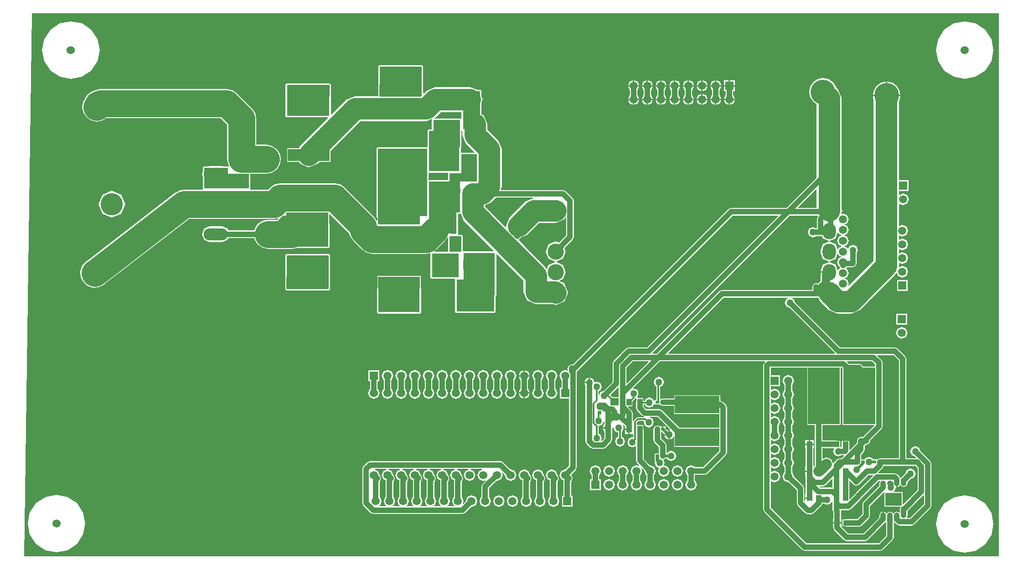
<source format=gtl>
G04 Layer_Physical_Order=1*
G04 Layer_Color=255*
%FSLAX25Y25*%
%MOIN*%
G70*
G01*
G75*
%ADD10R,0.06299X0.05512*%
%ADD11R,0.04000X0.05000*%
%ADD12R,0.30512X0.08661*%
%ADD13R,0.04331X0.03937*%
%ADD14R,0.02756X0.03543*%
%ADD15R,0.06299X0.07087*%
%ADD16R,0.03543X0.02756*%
%ADD17R,0.02500X0.02000*%
%ADD18R,0.32559X0.12598*%
%ADD19R,0.07087X0.06299*%
%ADD20R,0.23386X0.41378*%
%ADD21R,0.12205X0.09449*%
%ADD22O,0.02362X0.03740*%
%ADD23R,0.03000X0.03000*%
%ADD24C,0.15748*%
%ADD25C,0.03937*%
%ADD26C,0.19685*%
%ADD27C,0.01200*%
%ADD28C,0.02000*%
%ADD29C,0.07874*%
%ADD30C,0.02500*%
%ADD31R,0.07500X0.02000*%
%ADD32R,0.22000X0.14000*%
%ADD33R,0.23000X0.31000*%
%ADD34R,0.08500X0.11500*%
%ADD35R,0.27500X0.23500*%
%ADD36R,0.19500X0.17500*%
%ADD37R,0.19500X0.20000*%
%ADD38R,0.30500X0.21500*%
%ADD39R,0.36000X0.49500*%
%ADD40R,0.30000X0.17500*%
%ADD41R,0.31000X0.22500*%
%ADD42R,0.30500X0.24500*%
%ADD43R,0.22000X0.15500*%
%ADD44R,0.17500X0.08000*%
%ADD45R,0.32500X0.10500*%
%ADD46R,0.22500X0.16500*%
%ADD47R,0.08500X0.06000*%
%ADD48R,0.11500X0.20000*%
%ADD49R,0.22500X0.22500*%
%ADD50R,0.20000X0.15500*%
%ADD51C,0.06000*%
%ADD52R,0.06000X0.06000*%
%ADD53C,0.05905*%
%ADD54R,0.05905X0.05905*%
%ADD55C,0.18000*%
%ADD56R,0.05905X0.05905*%
%ADD57O,0.17700X0.08850*%
%ADD58C,0.16200*%
%ADD59C,0.11811*%
%ADD60C,0.15748*%
%ADD61O,0.09842X0.11811*%
%ADD62R,0.05315X0.05315*%
%ADD63C,0.05315*%
%ADD64C,0.05000*%
%ADD65C,0.01968*%
G36*
X712500Y397000D02*
X712500Y-0D01*
X348Y0D01*
X-3Y356D01*
X5418Y397000D01*
X712500Y397000D01*
D02*
G37*
%LPC*%
G36*
X385500Y136278D02*
X382475Y135025D01*
X381222Y132000D01*
X382475Y128975D01*
X382713Y128876D01*
Y122675D01*
X382438Y122562D01*
X381170Y119500D01*
X382438Y116438D01*
X385500Y115170D01*
X388562Y116438D01*
X389830Y119500D01*
X388562Y122562D01*
X388287Y122675D01*
Y128876D01*
X388525Y128975D01*
X389778Y132000D01*
X388525Y135025D01*
X385500Y136278D01*
D02*
G37*
G36*
X375500D02*
X372475Y135025D01*
X371222Y132000D01*
X372475Y128975D01*
X372713Y128876D01*
Y122675D01*
X372439Y122562D01*
X371170Y119500D01*
X372439Y116438D01*
X375500Y115170D01*
X378561Y116438D01*
X379830Y119500D01*
X378561Y122562D01*
X378287Y122675D01*
Y128876D01*
X378525Y128975D01*
X379778Y132000D01*
X378525Y135025D01*
X375500Y136278D01*
D02*
G37*
G36*
X365000Y119000D02*
X361378D01*
X362439Y116438D01*
X365000Y115377D01*
Y119000D01*
D02*
G37*
G36*
X369571Y131500D02*
X361429D01*
X362475Y128975D01*
X362713Y128876D01*
Y122675D01*
X362439Y122562D01*
X361378Y120000D01*
X365500D01*
X369622D01*
X368562Y122562D01*
X368287Y122675D01*
Y128876D01*
X368525Y128975D01*
X369571Y131500D01*
D02*
G37*
G36*
X369622Y119000D02*
X366000D01*
Y115377D01*
X368562Y116438D01*
X369622Y119000D01*
D02*
G37*
G36*
X355500Y136278D02*
X352475Y135025D01*
X351222Y132000D01*
X352475Y128975D01*
X352713Y128876D01*
Y122675D01*
X352438Y122562D01*
X351170Y119500D01*
X352438Y116438D01*
X355500Y115170D01*
X358561Y116438D01*
X359830Y119500D01*
X358561Y122562D01*
X358287Y122675D01*
Y128876D01*
X358525Y128975D01*
X359778Y132000D01*
X358525Y135025D01*
X355500Y136278D01*
D02*
G37*
G36*
X315500D02*
X312475Y135025D01*
X311222Y132000D01*
X312475Y128975D01*
X312713Y128876D01*
Y122675D01*
X312439Y122562D01*
X311170Y119500D01*
X312439Y116438D01*
X315500Y115170D01*
X318562Y116438D01*
X319830Y119500D01*
X318562Y122562D01*
X318287Y122675D01*
Y128876D01*
X318525Y128975D01*
X319778Y132000D01*
X318525Y135025D01*
X315500Y136278D01*
D02*
G37*
G36*
X305500D02*
X302475Y135025D01*
X301222Y132000D01*
X302475Y128975D01*
X302713Y128876D01*
Y122675D01*
X302438Y122562D01*
X301170Y119500D01*
X302438Y116438D01*
X305500Y115170D01*
X308561Y116438D01*
X309830Y119500D01*
X308561Y122562D01*
X308287Y122675D01*
Y128876D01*
X308525Y128975D01*
X309778Y132000D01*
X308525Y135025D01*
X305500Y136278D01*
D02*
G37*
G36*
X325500D02*
X322475Y135025D01*
X321222Y132000D01*
X322475Y128975D01*
X322713Y128876D01*
Y122675D01*
X322439Y122562D01*
X321170Y119500D01*
X322439Y116438D01*
X325500Y115170D01*
X328561Y116438D01*
X329830Y119500D01*
X328561Y122562D01*
X328287Y122675D01*
Y128876D01*
X328525Y128975D01*
X329778Y132000D01*
X328525Y135025D01*
X325500Y136278D01*
D02*
G37*
G36*
X345500D02*
X342475Y135025D01*
X341222Y132000D01*
X342475Y128975D01*
X342713Y128876D01*
Y122675D01*
X342439Y122562D01*
X341170Y119500D01*
X342439Y116438D01*
X345500Y115170D01*
X348562Y116438D01*
X349830Y119500D01*
X348562Y122562D01*
X348287Y122675D01*
Y128876D01*
X348525Y128975D01*
X349778Y132000D01*
X348525Y135025D01*
X345500Y136278D01*
D02*
G37*
G36*
X335500D02*
X332475Y135025D01*
X331222Y132000D01*
X332475Y128975D01*
X332713Y128876D01*
Y122675D01*
X332438Y122562D01*
X331170Y119500D01*
X332438Y116438D01*
X335500Y115170D01*
X338562Y116438D01*
X339830Y119500D01*
X338562Y122562D01*
X338287Y122675D01*
Y128876D01*
X338525Y128975D01*
X339778Y132000D01*
X338525Y135025D01*
X335500Y136278D01*
D02*
G37*
G36*
X222500Y221082D02*
X192000D01*
X191235Y220765D01*
X190918Y220000D01*
Y195500D01*
X191235Y194735D01*
X192000Y194418D01*
X222500D01*
X223265Y194735D01*
X223582Y195500D01*
Y220000D01*
X223265Y220765D01*
X222500Y221082D01*
D02*
G37*
G36*
X645953Y201953D02*
X638047D01*
Y194047D01*
X645953D01*
Y201953D01*
D02*
G37*
G36*
X64000Y267350D02*
X57035Y264465D01*
X54150Y257500D01*
X57035Y250535D01*
X64000Y247650D01*
X70965Y250535D01*
X73850Y257500D01*
X70965Y264465D01*
X64000Y267350D01*
D02*
G37*
G36*
X290500Y359082D02*
X260000D01*
X259235Y358765D01*
X258918Y358000D01*
Y336500D01*
X258903Y336478D01*
X241799D01*
X235309Y333790D01*
X235309Y333790D01*
X224544Y323025D01*
X224082Y323217D01*
Y344500D01*
X223858Y345041D01*
Y345441D01*
X223341D01*
X223000Y345582D01*
X192000D01*
X191235Y345265D01*
X190918Y344500D01*
Y322000D01*
X191235Y321235D01*
X192000Y320918D01*
X221783D01*
X221975Y320456D01*
X201505Y299987D01*
X200862Y298433D01*
X192134D01*
Y288559D01*
X200862D01*
X201505Y287005D01*
X207996Y284317D01*
X214487Y287005D01*
X216040Y288559D01*
X223858D01*
Y296377D01*
X245601Y318120D01*
X293936D01*
X297649Y319658D01*
X298032Y319276D01*
X297918Y319000D01*
Y312082D01*
X296000D01*
X295235Y311765D01*
X294918Y311000D01*
Y299359D01*
X294502Y299082D01*
X294500Y299082D01*
X258500D01*
X257735Y298765D01*
X257418Y298000D01*
Y248500D01*
X257735Y247735D01*
X258142Y247566D01*
Y245402D01*
X257642Y245251D01*
X255439Y248548D01*
X255439Y248548D01*
X234276Y269710D01*
X230820Y272020D01*
X226743Y272831D01*
X226743Y272831D01*
X187249D01*
X187249Y272831D01*
X183172Y272020D01*
X179716Y269710D01*
X178159Y268154D01*
X165273D01*
X164939Y268653D01*
X165082Y269000D01*
Y279500D01*
X165209Y279689D01*
X176843D01*
X180920Y280500D01*
X184376Y282809D01*
X186685Y286266D01*
X187496Y290343D01*
X186685Y294420D01*
X184376Y297876D01*
X180920Y300185D01*
X176843Y300996D01*
X169653D01*
Y320000D01*
X169653Y320000D01*
X168843Y324077D01*
X166533Y327533D01*
X155533Y338533D01*
X152077Y340843D01*
X148000Y341653D01*
X148000Y341653D01*
X55500D01*
X51423Y340843D01*
X50734Y340382D01*
X49775Y340191D01*
X46468Y337981D01*
X44257Y334673D01*
X44130Y334032D01*
X43157Y332577D01*
X42347Y328500D01*
X43157Y324423D01*
X45467Y320967D01*
X48923Y318657D01*
X53000Y317846D01*
X57077Y318657D01*
X59605Y320346D01*
X143587D01*
X148346Y315587D01*
Y290343D01*
X149157Y286266D01*
X149811Y285288D01*
X149479Y284884D01*
X149000Y285082D01*
X145124D01*
X144425Y285372D01*
X135575D01*
X134876Y285082D01*
X131500D01*
X130735Y284765D01*
X130418Y284000D01*
Y281225D01*
X129703Y279500D01*
X130418Y277775D01*
Y276000D01*
Y269000D01*
X130561Y268653D01*
X130227Y268154D01*
X117000D01*
X115621Y267879D01*
X114219Y267784D01*
X113600Y267477D01*
X112923Y267343D01*
X111754Y266562D01*
X110495Y265937D01*
X47194Y217133D01*
X44995Y215437D01*
X42261Y212305D01*
X40934Y208366D01*
X41216Y204219D01*
X43063Y200495D01*
X46194Y197761D01*
X50134Y196434D01*
X54281Y196716D01*
X58005Y198563D01*
X60204Y200259D01*
X120630Y246847D01*
X182572D01*
X182572Y246847D01*
X185471Y247423D01*
X185717Y246962D01*
X184908Y246153D01*
X178196D01*
X174119Y245343D01*
X170663Y243033D01*
X168353Y239577D01*
X168097Y238287D01*
X149143D01*
X148577Y239652D01*
X144425Y241372D01*
X135575D01*
X131423Y239652D01*
X129703Y235500D01*
X131423Y231348D01*
X135575Y229628D01*
X144425D01*
X148577Y231348D01*
X149143Y232713D01*
X168097D01*
X168353Y231423D01*
X170663Y227967D01*
X174119Y225657D01*
X178196Y224847D01*
X195492D01*
X195492Y224847D01*
X199131Y225570D01*
X199500Y225418D01*
X222000D01*
X222765Y225735D01*
X223082Y226500D01*
Y243000D01*
X222858Y243541D01*
Y250342D01*
X223320Y250534D01*
X237645Y236209D01*
X238063Y234105D01*
X240372Y230649D01*
X246724Y224298D01*
X246724Y224298D01*
X250180Y221988D01*
X254257Y221177D01*
X254257Y221177D01*
X293751D01*
X293751Y221177D01*
X296511Y221726D01*
X296918Y221297D01*
Y204000D01*
X297235Y203235D01*
X298000Y202918D01*
X314641D01*
X314918Y202502D01*
X314918Y202500D01*
Y179000D01*
X315235Y178235D01*
X316000Y177918D01*
X343500D01*
X344265Y178235D01*
X344582Y179000D01*
Y190159D01*
X344765Y190235D01*
X345082Y191000D01*
Y220941D01*
X345544Y221132D01*
X353010Y213667D01*
X364935Y201741D01*
Y193488D01*
X367624Y186998D01*
X374114Y184309D01*
X387017D01*
X388500Y183695D01*
X394990Y186383D01*
X397679Y192874D01*
X394990Y199365D01*
X394376Y199979D01*
X391534Y201156D01*
Y201656D01*
X393785Y202589D01*
X395974Y207874D01*
X393785Y213159D01*
X389092Y215103D01*
Y215645D01*
X393785Y217589D01*
X395974Y222874D01*
X394940Y225372D01*
X400971Y231403D01*
X401787Y233374D01*
Y260000D01*
X400971Y261971D01*
X395871Y267071D01*
X393900Y267887D01*
X348494D01*
X348216Y268303D01*
X349053Y270324D01*
Y297676D01*
X346365Y304166D01*
X338679Y311852D01*
Y316000D01*
X335991Y322491D01*
X334332Y323177D01*
Y331956D01*
X335179Y334000D01*
X334332Y336044D01*
Y340000D01*
X334015Y340765D01*
X333250Y341082D01*
X331062D01*
X326000Y343179D01*
X300636D01*
X294146Y340491D01*
X292044Y338389D01*
X291582Y338580D01*
Y358000D01*
X291265Y358765D01*
X290500Y359082D01*
D02*
G37*
G36*
X584000Y349696D02*
X580098Y348920D01*
X576790Y346710D01*
X574580Y343402D01*
X573804Y339500D01*
X574580Y335598D01*
X576790Y332290D01*
X579321Y330599D01*
Y277500D01*
Y276762D01*
X557346Y254787D01*
X516800D01*
X514829Y253971D01*
X401203Y140344D01*
X401100Y140387D01*
X400100D01*
X398129Y139571D01*
X397313Y137600D01*
Y135977D01*
X396897Y135700D01*
X395500Y136278D01*
X392475Y135025D01*
X391222Y132000D01*
X392475Y128975D01*
X392713Y128876D01*
Y123500D01*
X391500D01*
Y115500D01*
X398313D01*
Y66254D01*
X395775Y63716D01*
X395500Y63830D01*
X392439Y62562D01*
X391170Y59500D01*
X392439Y56438D01*
X394213Y55704D01*
Y44453D01*
X393047D01*
Y36547D01*
X400953D01*
Y44453D01*
X399787D01*
Y54746D01*
X400021Y54979D01*
X400837Y56950D01*
X400021Y58921D01*
X399716Y59225D01*
X399830Y59500D01*
X399716Y59775D01*
X403071Y63129D01*
X403887Y65100D01*
Y135146D01*
X517954Y249213D01*
X551118D01*
X551310Y248751D01*
X455289Y152730D01*
X441918D01*
X441201Y152433D01*
X439948Y151914D01*
X430886Y142853D01*
X430886Y142853D01*
X430886D01*
X430070Y140882D01*
Y127511D01*
X423739Y121180D01*
X421321Y120179D01*
X420312Y117743D01*
X420306Y117727D01*
X420166Y117755D01*
Y117755D01*
X420166D01*
Y117755D01*
X419806Y118093D01*
Y120753D01*
X421179Y121321D01*
X422288Y124000D01*
X421179Y126679D01*
X418500Y127788D01*
X416881Y127118D01*
X415779Y129779D01*
X413600Y130681D01*
Y127100D01*
X413100D01*
Y126600D01*
X409519D01*
X410313Y124682D01*
Y84000D01*
X411129Y82029D01*
X413729Y79429D01*
X415700Y78613D01*
X423100D01*
X425071Y79429D01*
X428971Y83329D01*
X429787Y85300D01*
Y92789D01*
X430136Y93631D01*
X430250Y93907D01*
X430750D01*
X430861Y93639D01*
X431821Y91321D01*
X434194Y90338D01*
Y87248D01*
X432821Y86679D01*
X431712Y84000D01*
X432821Y81321D01*
X435500Y80212D01*
X438179Y81321D01*
X439288Y84000D01*
X438179Y86679D01*
X436806Y87248D01*
Y91167D01*
X437179Y91321D01*
X438288Y94000D01*
X437545Y95794D01*
X437969Y96078D01*
X439067Y94980D01*
Y93571D01*
X442067D01*
Y93071D01*
X442567D01*
Y89571D01*
X445067Y89571D01*
X445194Y89123D01*
Y87451D01*
X444779Y87173D01*
X444500Y87288D01*
X441821Y86179D01*
X440712Y83500D01*
X441821Y80821D01*
X444500Y79712D01*
X446780Y80656D01*
X447280Y80322D01*
Y69933D01*
X448096Y67962D01*
X449615Y66444D01*
X449332Y66020D01*
X447500Y66778D01*
X444475Y65525D01*
X443222Y62500D01*
X444475Y59475D01*
X444713Y59376D01*
Y55624D01*
X444475Y55525D01*
X443222Y52500D01*
X444475Y49475D01*
X447500Y48222D01*
X450525Y49475D01*
X451778Y52500D01*
X450525Y55525D01*
X450287Y55624D01*
Y59376D01*
X450525Y59475D01*
X451778Y62500D01*
X451020Y64332D01*
X451443Y64615D01*
X453320Y62738D01*
X453222Y62500D01*
X454475Y59475D01*
X454713Y59376D01*
Y55624D01*
X454475Y55525D01*
X453222Y52500D01*
X454475Y49475D01*
X457500Y48222D01*
X460525Y49475D01*
X461778Y52500D01*
X460525Y55525D01*
X460287Y55624D01*
Y59376D01*
X460525Y59475D01*
X461778Y62500D01*
X460525Y65525D01*
X457500Y66778D01*
X457262Y66680D01*
X452854Y71087D01*
Y93071D01*
X452673Y93507D01*
Y96177D01*
X447806D01*
Y97959D01*
X449041Y99194D01*
X452756D01*
X453034Y98779D01*
X452712Y98000D01*
X453821Y95321D01*
X456500Y94212D01*
X459179Y95321D01*
X460288Y98000D01*
X459179Y100679D01*
X456923Y101613D01*
X457023Y102113D01*
X463016D01*
X472030Y93100D01*
X472000Y93055D01*
Y89000D01*
Y85419D01*
X474179Y86321D01*
X474624Y87396D01*
X475114Y87298D01*
Y80165D01*
X508113D01*
Y77054D01*
X496346Y65287D01*
X490624D01*
X490525Y65525D01*
X487500Y66778D01*
X484475Y65525D01*
X483222Y62500D01*
X484475Y59475D01*
X484713Y59376D01*
Y55624D01*
X484475Y55525D01*
X483222Y52500D01*
X484475Y49475D01*
X487500Y48222D01*
X490525Y49475D01*
X491778Y52500D01*
X490525Y55525D01*
X490287Y55624D01*
Y59376D01*
X490525Y59475D01*
X490624Y59713D01*
X497500D01*
X499471Y60529D01*
X512871Y73929D01*
X513687Y75900D01*
Y109000D01*
X512871Y110971D01*
X510942Y112900D01*
X508971Y113716D01*
X508886D01*
Y117835D01*
X475114D01*
Y115543D01*
X466752D01*
X465299Y114941D01*
X464883Y115219D01*
Y124077D01*
X466679Y124821D01*
X467788Y127500D01*
X466679Y130179D01*
X464000Y131288D01*
X461321Y130179D01*
X460212Y127500D01*
X461321Y124821D01*
X462271Y124428D01*
Y114362D01*
X460896D01*
Y113548D01*
X460396Y113448D01*
X459679Y115179D01*
X457000Y116288D01*
X454321Y115179D01*
X453753Y113806D01*
X452673D01*
Y115862D01*
X448373D01*
X448196Y116362D01*
X449288Y119000D01*
X448179Y121679D01*
X445500Y122788D01*
X445231Y123190D01*
X464654Y142613D01*
X541419D01*
X541610Y142151D01*
X541029Y141571D01*
X540213Y139600D01*
Y34500D01*
X541029Y32529D01*
X568629Y4929D01*
X570600Y4113D01*
X626000D01*
X627971Y4929D01*
X634971Y11929D01*
X635787Y13900D01*
Y24615D01*
X636287Y24822D01*
X637779Y23329D01*
X639750Y22513D01*
X648700D01*
X650671Y23329D01*
X662471Y35129D01*
X663287Y37100D01*
Y67700D01*
X662471Y69671D01*
X655080Y77061D01*
X654079Y79479D01*
X651400Y80588D01*
X648721Y79479D01*
X647612Y76800D01*
X648721Y74121D01*
X651139Y73120D01*
X652010Y72249D01*
X651819Y71787D01*
X644987D01*
Y144400D01*
X644171Y146371D01*
X638571Y151971D01*
X636600Y152787D01*
X596454D01*
X563480Y185761D01*
X562479Y188179D01*
X561166Y188723D01*
X561263Y189213D01*
X580411D01*
X581708Y186082D01*
X582696Y185673D01*
X582836Y185336D01*
X588111Y180061D01*
X588111Y180061D01*
X590012Y179273D01*
X594601Y177372D01*
X594601Y177372D01*
X604399D01*
X610889Y180061D01*
X636664Y205835D01*
X636664Y205835D01*
X637370Y207541D01*
X637912D01*
X638975Y204975D01*
X642000Y203722D01*
X645025Y204975D01*
X646278Y208000D01*
X645025Y211025D01*
X642000Y212278D01*
X639434Y211215D01*
X639051Y211598D01*
X639352Y212326D01*
X639352Y212326D01*
Y214368D01*
X639768Y214646D01*
X642000Y213722D01*
X645025Y214975D01*
X646278Y218000D01*
X645025Y221025D01*
X642000Y222278D01*
X639768Y221354D01*
X639352Y221632D01*
Y224368D01*
X639768Y224646D01*
X642000Y223722D01*
X645025Y224975D01*
X646278Y228000D01*
X645025Y231025D01*
X642000Y232278D01*
X639768Y231354D01*
X639352Y231632D01*
Y234368D01*
X639768Y234646D01*
X642000Y233722D01*
X645025Y234975D01*
X646278Y238000D01*
X645025Y241025D01*
X642000Y242278D01*
X639768Y241354D01*
X639352Y241632D01*
Y257484D01*
X639852Y257818D01*
X642500Y256722D01*
X645525Y257975D01*
X646778Y261000D01*
X645525Y264025D01*
X642500Y265278D01*
X639852Y264182D01*
X639352Y264516D01*
Y267047D01*
X646453D01*
Y274953D01*
X639352D01*
Y332249D01*
X639920Y333098D01*
X640596Y336500D01*
X620403D01*
X620994Y333531D01*
Y216128D01*
X602737Y197871D01*
X602321Y198148D01*
X602778Y199252D01*
X601525Y202277D01*
X599928Y202939D01*
Y203439D01*
X601525Y204101D01*
X602778Y207126D01*
X601525Y210151D01*
X601186Y210292D01*
X601039Y210894D01*
X601223Y211339D01*
X605700D01*
X607671Y212155D01*
X608487Y214126D01*
Y221482D01*
X609488Y223900D01*
X608379Y226579D01*
X605700Y227688D01*
X603021Y226579D01*
X602383Y225037D01*
X601883D01*
X601525Y225899D01*
X599928Y226561D01*
Y227061D01*
X601525Y227723D01*
X602778Y230748D01*
X601525Y233773D01*
X599928Y234435D01*
Y234935D01*
X601525Y235597D01*
X602778Y238622D01*
X601525Y241647D01*
X599928Y242309D01*
Y242809D01*
X601525Y243471D01*
X602778Y246496D01*
X601525Y249521D01*
X598500Y250774D01*
X597577Y250392D01*
X597224Y250746D01*
X598105Y252874D01*
X597679Y253903D01*
Y277500D01*
Y335000D01*
X594990Y341491D01*
X593504Y342977D01*
X593420Y343402D01*
X591210Y346710D01*
X587902Y348920D01*
X584000Y349696D01*
D02*
G37*
G36*
X289866Y204933D02*
X258142D01*
Y196541D01*
X257918Y196000D01*
Y178500D01*
X258235Y177735D01*
X259000Y177418D01*
X289000D01*
X289765Y177735D01*
X290082Y178500D01*
Y196000D01*
X289866Y196522D01*
Y204933D01*
D02*
G37*
G36*
X365000Y136071D02*
X362475Y135025D01*
X361429Y132500D01*
X365000D01*
Y136071D01*
D02*
G37*
G36*
X412600Y130681D02*
X410421Y129779D01*
X409519Y127600D01*
X412600D01*
Y130681D01*
D02*
G37*
G36*
X366000Y136071D02*
Y132500D01*
X369571D01*
X368525Y135025D01*
X366000Y136071D01*
D02*
G37*
G36*
X645453Y177453D02*
X637547D01*
Y169547D01*
X645453D01*
Y177453D01*
D02*
G37*
G36*
X641500Y167778D02*
X638475Y166525D01*
X637222Y163500D01*
X638475Y160475D01*
X641500Y159222D01*
X644525Y160475D01*
X645778Y163500D01*
X644525Y166525D01*
X641500Y167778D01*
D02*
G37*
G36*
X295500Y136278D02*
X292475Y135025D01*
X291222Y132000D01*
X292475Y128975D01*
X292713Y128876D01*
Y122675D01*
X292439Y122562D01*
X291170Y119500D01*
X292439Y116438D01*
X295500Y115170D01*
X298562Y116438D01*
X299830Y119500D01*
X298562Y122562D01*
X298287Y122675D01*
Y128876D01*
X298525Y128975D01*
X299778Y132000D01*
X298525Y135025D01*
X295500Y136278D01*
D02*
G37*
G36*
X427500Y56778D02*
X424475Y55525D01*
X423222Y52500D01*
X424475Y49475D01*
X427500Y48222D01*
X430525Y49475D01*
X431778Y52500D01*
X430525Y55525D01*
X427500Y56778D01*
D02*
G37*
G36*
X385500Y63830D02*
X382438Y62562D01*
X381170Y59500D01*
X382438Y56438D01*
X384213Y55704D01*
Y43624D01*
X383975Y43525D01*
X382722Y40500D01*
X383975Y37475D01*
X387000Y36222D01*
X390025Y37475D01*
X391278Y40500D01*
X390025Y43525D01*
X389787Y43624D01*
Y54746D01*
X390021Y54979D01*
X390837Y56950D01*
X390021Y58921D01*
X389716Y59225D01*
X389830Y59500D01*
X388562Y62562D01*
X385500Y63830D01*
D02*
G37*
G36*
X437500Y66778D02*
X434475Y65525D01*
X433222Y62500D01*
X434475Y59475D01*
X434713Y59376D01*
Y55624D01*
X434475Y55525D01*
X433222Y52500D01*
X434475Y49475D01*
X437500Y48222D01*
X440525Y49475D01*
X441778Y52500D01*
X440525Y55525D01*
X440287Y55624D01*
Y59376D01*
X440525Y59475D01*
X441778Y62500D01*
X440525Y65525D01*
X437500Y66778D01*
D02*
G37*
G36*
X477500Y56778D02*
X474475Y55525D01*
X473222Y52500D01*
X474475Y49475D01*
X477500Y48222D01*
X480525Y49475D01*
X481778Y52500D01*
X480525Y55525D01*
X477500Y56778D01*
D02*
G37*
G36*
X467500D02*
X464475Y55525D01*
X463222Y52500D01*
X464475Y49475D01*
X467500Y48222D01*
X470525Y49475D01*
X471778Y52500D01*
X470525Y55525D01*
X467500Y56778D01*
D02*
G37*
G36*
X375500Y63830D02*
X372439Y62562D01*
X371170Y59500D01*
X372439Y56438D01*
X374213Y55704D01*
Y43624D01*
X373975Y43525D01*
X372722Y40500D01*
X373975Y37475D01*
X377000Y36222D01*
X380025Y37475D01*
X381278Y40500D01*
X380025Y43525D01*
X379787Y43624D01*
Y54746D01*
X380021Y54979D01*
X380837Y56950D01*
X380021Y58921D01*
X379716Y59225D01*
X379830Y59500D01*
X378561Y62562D01*
X375500Y63830D01*
D02*
G37*
G36*
X23500Y45090D02*
X15429Y43485D01*
X8587Y38913D01*
X4015Y32071D01*
X2410Y24000D01*
X4015Y15929D01*
X8587Y9087D01*
X15429Y4515D01*
X23500Y2910D01*
X31571Y4515D01*
X38413Y9087D01*
X42985Y15929D01*
X44590Y24000D01*
X42985Y32071D01*
X38413Y38913D01*
X31571Y43485D01*
X23500Y45090D01*
D02*
G37*
G36*
X687535Y44775D02*
X679464Y43170D01*
X672622Y38598D01*
X668050Y31756D01*
X666445Y23685D01*
X668050Y15614D01*
X672622Y8772D01*
X679464Y4200D01*
X687535Y2595D01*
X695606Y4200D01*
X702449Y8772D01*
X707020Y15614D01*
X708626Y23685D01*
X707020Y31756D01*
X702449Y38598D01*
X695606Y43170D01*
X687535Y44775D01*
D02*
G37*
G36*
X347000Y44778D02*
X343975Y43525D01*
X342722Y40500D01*
X343975Y37475D01*
X347000Y36222D01*
X350025Y37475D01*
X351278Y40500D01*
X350025Y43525D01*
X347000Y44778D01*
D02*
G37*
G36*
X365500Y63830D02*
X362439Y62562D01*
X361170Y59500D01*
X362439Y56438D01*
X364213Y55704D01*
Y43624D01*
X363975Y43525D01*
X362722Y40500D01*
X363975Y37475D01*
X367000Y36222D01*
X370025Y37475D01*
X371278Y40500D01*
X370025Y43525D01*
X369787Y43624D01*
Y54746D01*
X370021Y54979D01*
X370837Y56950D01*
X370021Y58921D01*
X369716Y59225D01*
X369830Y59500D01*
X368562Y62562D01*
X365500Y63830D01*
D02*
G37*
G36*
X357000Y44778D02*
X353975Y43525D01*
X352722Y40500D01*
X353975Y37475D01*
X357000Y36222D01*
X360025Y37475D01*
X361278Y40500D01*
X360025Y43525D01*
X357000Y44778D01*
D02*
G37*
G36*
X259453Y135953D02*
X251547D01*
Y128047D01*
X252713D01*
Y122675D01*
X252438Y122562D01*
X251170Y119500D01*
X252438Y116438D01*
X255500Y115170D01*
X258561Y116438D01*
X259830Y119500D01*
X258561Y122562D01*
X258287Y122675D01*
Y128047D01*
X259453D01*
Y135953D01*
D02*
G37*
G36*
X441567Y92571D02*
X439067D01*
Y89571D01*
X441567D01*
Y92571D01*
D02*
G37*
G36*
X265500Y136278D02*
X262475Y135025D01*
X261222Y132000D01*
X262475Y128975D01*
X262713Y128876D01*
Y122675D01*
X262439Y122562D01*
X261170Y119500D01*
X262439Y116438D01*
X265500Y115170D01*
X268562Y116438D01*
X269830Y119500D01*
X268562Y122562D01*
X268287Y122675D01*
Y128876D01*
X268525Y128975D01*
X269778Y132000D01*
X268525Y135025D01*
X265500Y136278D01*
D02*
G37*
G36*
X285500D02*
X282475Y135025D01*
X281222Y132000D01*
X282475Y128975D01*
X282713Y128876D01*
Y122675D01*
X282438Y122562D01*
X281170Y119500D01*
X282438Y116438D01*
X285500Y115170D01*
X288562Y116438D01*
X289830Y119500D01*
X288562Y122562D01*
X288287Y122675D01*
Y128876D01*
X288525Y128975D01*
X289778Y132000D01*
X288525Y135025D01*
X285500Y136278D01*
D02*
G37*
G36*
X275500D02*
X272475Y135025D01*
X271222Y132000D01*
X272475Y128975D01*
X272713Y128876D01*
Y122675D01*
X272439Y122562D01*
X271170Y119500D01*
X272439Y116438D01*
X275500Y115170D01*
X278561Y116438D01*
X279830Y119500D01*
X278561Y122562D01*
X278287Y122675D01*
Y128876D01*
X278525Y128975D01*
X279778Y132000D01*
X278525Y135025D01*
X275500Y136278D01*
D02*
G37*
G36*
X462752Y95858D02*
X460781Y95042D01*
X459965Y93071D01*
Y85200D01*
X460781Y83229D01*
X463965Y80046D01*
Y75405D01*
X463465Y75100D01*
X462752Y75395D01*
X461779Y74992D01*
X460896D01*
Y73755D01*
X460743Y73386D01*
Y70248D01*
X461089Y69412D01*
X460712Y68500D01*
X461821Y65821D01*
X464191Y64840D01*
X463222Y62500D01*
X464475Y59475D01*
X467500Y58222D01*
X470525Y59475D01*
X471778Y62500D01*
X470525Y65525D01*
X467564Y66752D01*
X468288Y68500D01*
X467321Y70835D01*
X468723Y71415D01*
X468866Y71761D01*
X469932D01*
X470321Y70821D01*
X473000Y69712D01*
X475679Y70821D01*
X476788Y73500D01*
X475679Y76179D01*
X473000Y77288D01*
X470321Y76179D01*
X470039Y75497D01*
X469539Y75597D01*
Y81200D01*
X468723Y83171D01*
X465539Y86354D01*
Y91071D01*
X466293D01*
X467864Y89500D01*
X471000D01*
Y92581D01*
X470081Y92201D01*
X469002Y93280D01*
Y95071D01*
X467252D01*
Y93071D01*
X466252D01*
Y95071D01*
X464652D01*
X462752Y95858D01*
D02*
G37*
G36*
X348200Y69587D02*
X252700D01*
X250729Y68771D01*
X247929Y65971D01*
X247113Y64000D01*
Y39000D01*
X247929Y37029D01*
X253129Y31829D01*
X255100Y31013D01*
X320300D01*
X322271Y31829D01*
X326762Y36320D01*
X327000Y36222D01*
X330025Y37475D01*
X331278Y40500D01*
X330025Y43525D01*
X327000Y44778D01*
X323975Y43525D01*
X322722Y40500D01*
X322820Y40262D01*
X320943Y38385D01*
X320520Y38668D01*
X321278Y40500D01*
X320025Y43525D01*
X319787Y43624D01*
Y54746D01*
X320021Y54979D01*
X320837Y56950D01*
X320021Y58921D01*
X319716Y59225D01*
X319830Y59500D01*
X318562Y62562D01*
X316264Y63513D01*
X316364Y64013D01*
X324636D01*
X324736Y63513D01*
X322439Y62562D01*
X321170Y59500D01*
X322439Y56438D01*
X325500Y55170D01*
X328561Y56438D01*
X329830Y59500D01*
X328561Y62562D01*
X326264Y63513D01*
X326364Y64013D01*
X334636D01*
X334736Y63513D01*
X332438Y62562D01*
X331170Y59500D01*
X332438Y56438D01*
X335500Y55170D01*
X337268Y55903D01*
X337546Y55487D01*
X335029Y52971D01*
X334213Y51000D01*
Y43624D01*
X333975Y43525D01*
X332722Y40500D01*
X333975Y37475D01*
X337000Y36222D01*
X340025Y37475D01*
X341278Y40500D01*
X340025Y43525D01*
X339787Y43624D01*
Y49846D01*
X345226Y55284D01*
X345500Y55170D01*
X348562Y56438D01*
X349830Y59500D01*
X349097Y61268D01*
X349513Y61546D01*
X351284Y59775D01*
X351170Y59500D01*
X352438Y56438D01*
X355500Y55170D01*
X358561Y56438D01*
X359830Y59500D01*
X358561Y62562D01*
X355500Y63830D01*
X355225Y63716D01*
X350171Y68771D01*
X348200Y69587D01*
D02*
G37*
G36*
X417500Y66778D02*
X414475Y65525D01*
X413222Y62500D01*
X414475Y59475D01*
X414713Y59376D01*
Y56453D01*
X413547D01*
Y48547D01*
X421453D01*
Y56453D01*
X420287D01*
Y59376D01*
X420525Y59475D01*
X421778Y62500D01*
X420525Y65525D01*
X417500Y66778D01*
D02*
G37*
G36*
X427500D02*
X424475Y65525D01*
X423222Y62500D01*
X424475Y59475D01*
X427500Y58222D01*
X430525Y59475D01*
X431778Y62500D01*
X430525Y65525D01*
X427500Y66778D01*
D02*
G37*
G36*
X471000Y88500D02*
X467919D01*
X468821Y86321D01*
X471000Y85419D01*
Y88500D01*
D02*
G37*
G36*
X477500Y66778D02*
X474475Y65525D01*
X473222Y62500D01*
X474475Y59475D01*
X477500Y58222D01*
X480525Y59475D01*
X481778Y62500D01*
X480525Y65525D01*
X477500Y66778D01*
D02*
G37*
G36*
X445000Y333500D02*
X441429D01*
X442475Y330975D01*
X445000Y329929D01*
Y333500D01*
D02*
G37*
G36*
X631000Y347096D02*
Y337500D01*
X640596D01*
X639920Y340902D01*
X637710Y344210D01*
X634402Y346420D01*
X631000Y347096D01*
D02*
G37*
G36*
X630000D02*
X626598Y346420D01*
X623290Y344210D01*
X621080Y340902D01*
X620403Y337500D01*
X630000D01*
Y347096D01*
D02*
G37*
G36*
X496000Y338071D02*
Y334500D01*
X499571D01*
X498525Y337025D01*
X496000Y338071D01*
D02*
G37*
G36*
X495000Y343500D02*
X491429D01*
X492475Y340975D01*
X495000Y339929D01*
Y343500D01*
D02*
G37*
G36*
X475000Y348071D02*
X472475Y347025D01*
X471429Y344500D01*
X475000D01*
Y348071D01*
D02*
G37*
G36*
X465000D02*
X462475Y347025D01*
X461429Y344500D01*
X465000D01*
Y348071D01*
D02*
G37*
G36*
X499571Y343500D02*
X496000D01*
Y339929D01*
X498525Y340975D01*
X499571Y343500D01*
D02*
G37*
G36*
X519453D02*
X515500D01*
X511547D01*
Y340047D01*
X512713D01*
Y337124D01*
X512475Y337025D01*
X511429Y334500D01*
X515500D01*
X519571D01*
X518525Y337025D01*
X518287Y337124D01*
Y340047D01*
X519453D01*
Y343500D01*
D02*
G37*
G36*
X459571D02*
X455500D01*
X451429D01*
X452475Y340975D01*
X452713Y340876D01*
Y337124D01*
X452475Y337025D01*
X451429Y334500D01*
X455500D01*
X459571D01*
X458525Y337025D01*
X458287Y337124D01*
Y340876D01*
X458525Y340975D01*
X459571Y343500D01*
D02*
G37*
G36*
X479571D02*
X475500D01*
X471429D01*
X472475Y340975D01*
X472713Y340876D01*
Y337124D01*
X472475Y337025D01*
X471429Y334500D01*
X475500D01*
X479571D01*
X478525Y337025D01*
X478287Y337124D01*
Y340876D01*
X478525Y340975D01*
X479571Y343500D01*
D02*
G37*
G36*
X469571D02*
X465500D01*
X461429D01*
X462475Y340975D01*
X462713Y340876D01*
Y337124D01*
X462475Y337025D01*
X461429Y334500D01*
X465500D01*
X469571D01*
X468525Y337025D01*
X468287Y337124D01*
Y340876D01*
X468525Y340975D01*
X469571Y343500D01*
D02*
G37*
G36*
X489571D02*
X485500D01*
X481429D01*
X482475Y340975D01*
X482713Y340876D01*
Y337124D01*
X482475Y337025D01*
X481429Y334500D01*
X485500D01*
X489571D01*
X488525Y337025D01*
X488287Y337124D01*
Y340876D01*
X488525Y340975D01*
X489571Y343500D01*
D02*
G37*
G36*
X495000Y338071D02*
X492475Y337025D01*
X491429Y334500D01*
X495000D01*
Y338071D01*
D02*
G37*
G36*
X449571Y343500D02*
X445500D01*
X441429D01*
X442475Y340975D01*
X442713Y340876D01*
Y337124D01*
X442475Y337025D01*
X441429Y334500D01*
X445500D01*
X449571D01*
X448525Y337025D01*
X448287Y337124D01*
Y340876D01*
X448525Y340975D01*
X449571Y343500D01*
D02*
G37*
G36*
X509571D02*
X505500D01*
X501429D01*
X502475Y340975D01*
X502713Y340876D01*
Y337124D01*
X502475Y337025D01*
X501429Y334500D01*
X505500D01*
X509571D01*
X508525Y337025D01*
X508287Y337124D01*
Y340876D01*
X508525Y340975D01*
X509571Y343500D01*
D02*
G37*
G36*
X455000Y348071D02*
X452475Y347025D01*
X451429Y344500D01*
X455000D01*
Y348071D01*
D02*
G37*
G36*
X519453Y347953D02*
X516000D01*
Y344500D01*
X519453D01*
Y347953D01*
D02*
G37*
G36*
X506000Y348071D02*
Y344500D01*
X509571D01*
X508525Y347025D01*
X506000Y348071D01*
D02*
G37*
G36*
X486000D02*
Y344500D01*
X489571D01*
X488525Y347025D01*
X486000Y348071D01*
D02*
G37*
G36*
X446000D02*
Y344500D01*
X449571D01*
X448525Y347025D01*
X446000Y348071D01*
D02*
G37*
G36*
X687535Y391232D02*
X679464Y389627D01*
X672622Y385055D01*
X668050Y378213D01*
X666445Y370142D01*
X668050Y362071D01*
X672622Y355229D01*
X679464Y350657D01*
X687535Y349051D01*
X695606Y350657D01*
X702449Y355229D01*
X707020Y362071D01*
X708626Y370142D01*
X707020Y378213D01*
X702449Y385055D01*
X695606Y389627D01*
X687535Y391232D01*
D02*
G37*
G36*
X33992D02*
X25921Y389627D01*
X19079Y385055D01*
X14507Y378213D01*
X12902Y370142D01*
X14507Y362071D01*
X19079Y355229D01*
X25921Y350657D01*
X33992Y349051D01*
X42063Y350657D01*
X48905Y355229D01*
X53477Y362071D01*
X55082Y370142D01*
X53477Y378213D01*
X48905Y385055D01*
X42063Y389627D01*
X33992Y391232D01*
D02*
G37*
G36*
X496000Y348071D02*
Y344500D01*
X499571D01*
X498525Y347025D01*
X496000Y348071D01*
D02*
G37*
G36*
X456000D02*
Y344500D01*
X459571D01*
X458525Y347025D01*
X456000Y348071D01*
D02*
G37*
G36*
X445000D02*
X442475Y347025D01*
X441429Y344500D01*
X445000D01*
Y348071D01*
D02*
G37*
G36*
X505000D02*
X502475Y347025D01*
X501429Y344500D01*
X505000D01*
Y348071D01*
D02*
G37*
G36*
X485000D02*
X482475Y347025D01*
X481429Y344500D01*
X485000D01*
Y348071D01*
D02*
G37*
G36*
X495000D02*
X492475Y347025D01*
X491429Y344500D01*
X495000D01*
Y348071D01*
D02*
G37*
G36*
X476000D02*
Y344500D01*
X479571D01*
X478525Y347025D01*
X476000Y348071D01*
D02*
G37*
G36*
X466000D02*
Y344500D01*
X469571D01*
X468525Y347025D01*
X466000Y348071D01*
D02*
G37*
G36*
X515000Y347953D02*
X511547D01*
Y344500D01*
X515000D01*
Y347953D01*
D02*
G37*
G36*
X505000Y333500D02*
X501429D01*
X502475Y330975D01*
X505000Y329929D01*
Y333500D01*
D02*
G37*
G36*
X495000D02*
X491429D01*
X492475Y330975D01*
X495000Y329929D01*
Y333500D01*
D02*
G37*
G36*
X449571D02*
X446000D01*
Y329929D01*
X448525Y330975D01*
X449571Y333500D01*
D02*
G37*
G36*
X515000D02*
X511429D01*
X512475Y330975D01*
X515000Y329929D01*
Y333500D01*
D02*
G37*
G36*
X465000D02*
X461429D01*
X462475Y330975D01*
X465000Y329929D01*
Y333500D01*
D02*
G37*
G36*
X455000D02*
X451429D01*
X452475Y330975D01*
X455000Y329929D01*
Y333500D01*
D02*
G37*
G36*
X485000D02*
X481429D01*
X482475Y330975D01*
X485000Y329929D01*
Y333500D01*
D02*
G37*
G36*
X475000D02*
X471429D01*
X472475Y330975D01*
X475000Y329929D01*
Y333500D01*
D02*
G37*
G36*
X459571D02*
X456000D01*
Y329929D01*
X458525Y330975D01*
X459571Y333500D01*
D02*
G37*
G36*
X479571D02*
X476000D01*
Y329929D01*
X478525Y330975D01*
X479571Y333500D01*
D02*
G37*
G36*
X499571D02*
X496000D01*
Y329929D01*
X498525Y330975D01*
X499571Y333500D01*
D02*
G37*
G36*
X509571D02*
X506000D01*
Y329929D01*
X508525Y330975D01*
X509571Y333500D01*
D02*
G37*
G36*
X489571D02*
X486000D01*
Y329929D01*
X488525Y330975D01*
X489571Y333500D01*
D02*
G37*
G36*
X469571D02*
X466000D01*
Y329929D01*
X468525Y330975D01*
X469571Y333500D01*
D02*
G37*
G36*
X519571D02*
X516000D01*
Y329929D01*
X518525Y330975D01*
X519571Y333500D01*
D02*
G37*
%LPD*%
G36*
X396213Y248053D02*
Y234528D01*
X390998Y229314D01*
X388500Y230348D01*
X383215Y228159D01*
X381026Y222874D01*
X383215Y217589D01*
X387908Y215645D01*
Y215103D01*
X383215Y213159D01*
X381927Y210050D01*
X381427D01*
X380605Y212034D01*
X365990Y226648D01*
X361380Y231259D01*
X361477Y231749D01*
X362332Y232103D01*
X362702Y232999D01*
X367712Y235074D01*
X376333Y243695D01*
X388500D01*
X394990Y246383D01*
X395723Y248151D01*
X396213Y248053D01*
D02*
G37*
G36*
X371952Y261813D02*
X366041Y259365D01*
X354731Y248055D01*
X352043Y241564D01*
X352237Y241095D01*
X351821Y240817D01*
X336872Y255767D01*
Y256857D01*
X341166Y258635D01*
X344844Y262313D01*
X371853D01*
X371952Y261813D01*
D02*
G37*
G36*
X320321Y311278D02*
Y308050D01*
X323009Y301559D01*
X329024Y295544D01*
X328833Y295082D01*
X319500D01*
X319498Y295082D01*
X319082Y295359D01*
Y298159D01*
X319265Y298235D01*
X319582Y299000D01*
Y311144D01*
X320082Y311424D01*
X320321Y311278D01*
D02*
G37*
G36*
X319668Y320016D02*
X319168Y319806D01*
X318500Y320082D01*
X299979D01*
X299880Y320582D01*
X300426Y320809D01*
X304438Y324821D01*
X319668D01*
Y320016D01*
D02*
G37*
G36*
X333250Y312500D02*
X320750D01*
Y340000D01*
X333250D01*
Y312500D01*
D02*
G37*
G36*
X296000Y280418D02*
X309641D01*
X309918Y280002D01*
X309918Y280000D01*
Y275082D01*
X296000D01*
X295998Y275082D01*
X295582Y275359D01*
Y280141D01*
X295998Y280418D01*
X296000Y280418D01*
D02*
G37*
G36*
X309918Y233164D02*
Y222582D01*
X299578D01*
X299433Y223061D01*
X301284Y224298D01*
X307636Y230649D01*
X309418Y233316D01*
X309918Y233164D01*
D02*
G37*
G36*
X321202Y245474D02*
X343132Y223544D01*
X342941Y223082D01*
X321000D01*
X320998Y223082D01*
X320582Y223359D01*
Y234000D01*
X320265Y234765D01*
X319500Y235082D01*
X317244D01*
X316909Y235582D01*
X317082Y236000D01*
Y250418D01*
X318500D01*
X319059Y250649D01*
X321202Y245474D01*
D02*
G37*
G36*
X595195Y236273D02*
X595475Y235597D01*
X597072Y234935D01*
Y234435D01*
X595475Y233773D01*
X594222Y230748D01*
X595475Y227723D01*
X597072Y227061D01*
Y226561D01*
X595475Y225899D01*
X595019Y224800D01*
X594519D01*
X593032Y228390D01*
X588896Y230103D01*
Y230645D01*
X593032Y232358D01*
X594654Y236273D01*
X595195D01*
D02*
G37*
G36*
X580398Y248713D02*
X580255Y248571D01*
X579439Y246600D01*
Y240019D01*
X578939Y239820D01*
X576600Y240788D01*
X573921Y239679D01*
X572812Y237000D01*
X573921Y234321D01*
X576600Y233212D01*
X579018Y234213D01*
X583200D01*
X583968Y232358D01*
X588104Y230645D01*
Y230103D01*
X583968Y228390D01*
X582091Y223858D01*
Y221890D01*
X583968Y217358D01*
X588104Y215645D01*
Y215103D01*
X583968Y213390D01*
X582091Y208858D01*
Y208374D01*
X588500D01*
Y207374D01*
X582091D01*
Y206890D01*
X582448Y206027D01*
X582313Y205700D01*
Y201600D01*
X582385Y201426D01*
X580305Y199346D01*
X579000Y199887D01*
X577029Y199071D01*
X576213Y197100D01*
Y194787D01*
X510100D01*
X508129Y193971D01*
X462346Y148187D01*
X459281D01*
X459090Y148649D01*
X559654Y249213D01*
X580191D01*
X580398Y248713D01*
D02*
G37*
G36*
X657713Y44418D02*
Y38254D01*
X647546Y28087D01*
X645444D01*
X645167Y28503D01*
X645787Y30000D01*
Y33146D01*
X657251Y44610D01*
X657713Y44418D01*
D02*
G37*
G36*
X579321Y268226D02*
Y254787D01*
X565881D01*
X565690Y255249D01*
X578859Y268418D01*
X579321Y268226D01*
D02*
G37*
G36*
X424213Y98719D02*
Y96841D01*
X423821Y96679D01*
X422919Y94500D01*
X426500D01*
Y93500D01*
X422919D01*
X423821Y91321D01*
X424213Y91159D01*
Y86454D01*
X422201Y84442D01*
X421985Y84461D01*
X421663Y84990D01*
X422288Y86500D01*
X421179Y89179D01*
X419806Y89748D01*
Y94751D01*
X420000Y95212D01*
X420268Y95323D01*
X422679Y96321D01*
X423713Y98818D01*
X424213Y98719D01*
D02*
G37*
G36*
X456310Y142151D02*
X440649Y126490D01*
X440187Y126681D01*
Y137846D01*
X444954Y142613D01*
X456118D01*
X456310Y142151D01*
D02*
G37*
G36*
X639413Y143246D02*
Y71787D01*
X625587D01*
X623616Y70971D01*
X623565Y70848D01*
X623000Y71082D01*
X620426D01*
X620179Y71679D01*
X617500Y72788D01*
X614821Y71679D01*
X614377Y70606D01*
X613406D01*
X613087Y70739D01*
X612767Y70606D01*
X611873D01*
Y74346D01*
X613557Y76029D01*
X614373Y78000D01*
Y80632D01*
X615454Y81713D01*
X615587D01*
X617486Y82500D01*
X617837D01*
Y83204D01*
X618373Y84500D01*
X618335Y84593D01*
X626771Y93029D01*
X627587Y95000D01*
Y141600D01*
X626771Y143571D01*
X623590Y146751D01*
X623781Y147213D01*
X635446D01*
X639413Y143246D01*
D02*
G37*
G36*
X598201Y137558D02*
Y96205D01*
X621356D01*
X621563Y95705D01*
X613146Y87287D01*
X611587D01*
X609687Y86500D01*
X609337D01*
Y85796D01*
X608800Y84500D01*
Y82941D01*
X603731Y77873D01*
X603231Y78080D01*
Y81996D01*
X603216Y82033D01*
Y84571D01*
X600956D01*
X600444Y84783D01*
X599932Y84571D01*
X597673D01*
Y82033D01*
X597657Y81996D01*
Y80070D01*
X597157Y79736D01*
X596524Y79998D01*
Y81959D01*
X596539Y81996D01*
X596524Y82033D01*
Y84571D01*
X594265D01*
X593752Y84783D01*
X583546D01*
Y96205D01*
X596972D01*
Y138013D01*
X597746D01*
X598201Y137558D01*
D02*
G37*
G36*
X558434Y188723D02*
X557121Y188179D01*
X556012Y185500D01*
X557121Y182821D01*
X559539Y181820D01*
X592710Y148649D01*
X592518Y148187D01*
X470882D01*
X470690Y148649D01*
X511254Y189213D01*
X558337D01*
X558434Y188723D01*
D02*
G37*
G36*
X622013Y140446D02*
Y138795D01*
X612957D01*
X612471Y139971D01*
X610500Y140787D01*
X602854D01*
X601490Y142151D01*
X601682Y142613D01*
X619846D01*
X622013Y140446D01*
D02*
G37*
G36*
X447461Y115483D02*
Y113192D01*
X447280Y112756D01*
Y108333D01*
X448096Y106362D01*
X451529Y102929D01*
X453035Y102306D01*
X452936Y101806D01*
X448500D01*
X447577Y101423D01*
X445577Y99423D01*
X445354Y98885D01*
X444854Y98985D01*
Y104600D01*
X444038Y106571D01*
X441421Y109188D01*
X441612Y109650D01*
X444673D01*
Y113516D01*
X446423Y115266D01*
X446557Y115589D01*
X447049Y115757D01*
X447461Y115483D01*
D02*
G37*
G36*
X460896Y111452D02*
Y111150D01*
X464608D01*
X464608Y111150D01*
Y111150D01*
X464713Y110929D01*
X464781Y110785D01*
X464858Y110753D01*
X464859Y110753D01*
X464888Y110741D01*
X466752Y109969D01*
X475114D01*
Y104024D01*
X508113D01*
Y93976D01*
X479036D01*
X466142Y106871D01*
X464171Y107687D01*
X454654D01*
X452854Y109487D01*
Y111194D01*
X453753D01*
X454321Y109821D01*
X457000Y108712D01*
X459679Y109821D01*
X460396Y111552D01*
X460896Y111452D01*
D02*
G37*
G36*
X592137Y78793D02*
X591312Y76800D01*
X592421Y74121D01*
X595100Y73012D01*
X597518Y74013D01*
X599165D01*
X599372Y73513D01*
X597646Y71787D01*
X596252D01*
X594282Y70971D01*
X591782Y68471D01*
X591649Y68149D01*
X591149D01*
X589977Y70977D01*
X586500Y72418D01*
X583962Y71366D01*
X583546Y71644D01*
Y79209D01*
X591859D01*
X592137Y78793D01*
D02*
G37*
G36*
X620621Y59062D02*
X608029Y46471D01*
X607676Y45617D01*
X603678Y41620D01*
X603216Y41811D01*
Y42589D01*
X603231Y42626D01*
Y54929D01*
X603693Y55121D01*
X605785Y53029D01*
X605785Y53029D01*
X606336Y52478D01*
X608307Y51662D01*
X610278Y52478D01*
X610278Y52478D01*
X610829Y53029D01*
X610829Y53029D01*
X610829Y53030D01*
X617324Y59524D01*
X620429D01*
X620621Y59062D01*
D02*
G37*
G36*
X653170Y64664D02*
Y48411D01*
X642671Y37912D01*
X642209Y38103D01*
Y47043D01*
X635582D01*
X635485Y47534D01*
X636179Y47821D01*
X637157Y50183D01*
X637500Y50354D01*
Y53425D01*
X638500D01*
Y50582D01*
X639669Y51067D01*
X639801Y51384D01*
X639971Y51455D01*
X640250Y52129D01*
X640750D01*
X641029Y51455D01*
X643000Y50638D01*
X644971Y51455D01*
X645787Y53425D01*
Y54346D01*
X648261Y56820D01*
X650679Y57821D01*
X651788Y60500D01*
X650679Y63179D01*
X648000Y64288D01*
X645321Y63179D01*
X644320Y60761D01*
X641029Y57471D01*
X640957Y57296D01*
X640457D01*
X639971Y58471D01*
X638471Y59971D01*
X636500Y60787D01*
X624481D01*
X624290Y61249D01*
X627571Y64529D01*
X628268Y66213D01*
X651620D01*
X653170Y64664D01*
D02*
G37*
G36*
X590966Y56571D02*
Y50287D01*
X581722D01*
X581258Y50751D01*
X581449Y51213D01*
X583800D01*
X585771Y52029D01*
X590504Y56762D01*
X590966Y56571D01*
D02*
G37*
G36*
X434613Y123518D02*
Y119300D01*
Y116374D01*
X429984D01*
X428400Y117959D01*
X434151Y123710D01*
X434613Y123518D01*
D02*
G37*
G36*
X572374Y96205D02*
X577973D01*
Y81996D01*
Y66067D01*
X577354Y65811D01*
X576854Y65997D01*
Y79027D01*
X577233D01*
Y81496D01*
X574067D01*
X570902D01*
Y79027D01*
X571280D01*
Y65280D01*
X570902D01*
Y62811D01*
X574067D01*
Y61811D01*
X570902D01*
Y59342D01*
X571280D01*
Y54000D01*
Y45594D01*
X570902D01*
Y43126D01*
X574067D01*
Y42126D01*
X570902D01*
Y40723D01*
X570402Y40456D01*
X570287Y40533D01*
Y49587D01*
X569471Y51557D01*
X562766Y58262D01*
X562865Y58500D01*
X561612Y61525D01*
X561374Y61624D01*
Y65376D01*
X561612Y65475D01*
X562865Y68500D01*
X561612Y71525D01*
X561374Y71624D01*
Y75376D01*
X561612Y75475D01*
X562865Y78500D01*
X561612Y81525D01*
X561374Y81624D01*
Y85376D01*
X561612Y85475D01*
X562865Y88500D01*
X561612Y91525D01*
X561374Y91624D01*
Y95376D01*
X561612Y95475D01*
X562865Y98500D01*
X561612Y101525D01*
X561374Y101624D01*
Y105376D01*
X561612Y105475D01*
X562865Y108500D01*
X561612Y111525D01*
X561374Y111624D01*
Y115376D01*
X561612Y115475D01*
X562865Y118500D01*
X561612Y121525D01*
X561374Y121624D01*
Y125376D01*
X561612Y125475D01*
X562865Y128500D01*
X561612Y131525D01*
X558587Y132778D01*
X555561Y131525D01*
X554308Y128500D01*
X555561Y125475D01*
X555800Y125376D01*
Y121624D01*
X555561Y121525D01*
X554308Y118500D01*
X555561Y115475D01*
X555800Y115376D01*
Y111624D01*
X555561Y111525D01*
X554308Y108500D01*
X555561Y105475D01*
X555800Y105376D01*
Y101624D01*
X555561Y101525D01*
X554308Y98500D01*
X555561Y95475D01*
X555800Y95376D01*
Y91624D01*
X555561Y91525D01*
X554308Y88500D01*
X555561Y85475D01*
X555800Y85376D01*
Y81624D01*
X555561Y81525D01*
X554308Y78500D01*
X555561Y75475D01*
X555800Y75376D01*
Y71624D01*
X555561Y71525D01*
X554308Y68500D01*
X555561Y65475D01*
X555800Y65376D01*
Y61624D01*
X555561Y61525D01*
X554308Y58500D01*
X555561Y55475D01*
X558587Y54222D01*
X558825Y54320D01*
X564713Y48432D01*
Y39000D01*
X565529Y37029D01*
X570929Y31629D01*
X572900Y30813D01*
X575359D01*
X577330Y31629D01*
X582730Y37029D01*
X583427Y38713D01*
X584582D01*
X587000Y37712D01*
X589679Y38821D01*
X590097Y39830D01*
X590587Y39732D01*
Y39658D01*
X590966D01*
Y33788D01*
X591454Y32610D01*
Y27468D01*
X591075D01*
Y25000D01*
X594241D01*
X597406D01*
Y27468D01*
X597027D01*
Y33300D01*
X596987Y33397D01*
X597265Y33813D01*
X602600D01*
X604571Y34629D01*
X611971Y42029D01*
X612324Y42883D01*
X624654Y55213D01*
X625504D01*
X625781Y54797D01*
X625213Y53425D01*
Y51654D01*
X613507Y39948D01*
X612691Y37978D01*
Y30831D01*
X609146Y27287D01*
X600933D01*
X600420Y27075D01*
X598161D01*
Y24536D01*
X598146Y24500D01*
X598161Y24464D01*
Y21925D01*
X600420D01*
X600933Y21713D01*
X610301D01*
X612271Y22529D01*
X617449Y27706D01*
X618265Y29677D01*
Y36823D01*
X628291Y46850D01*
X628791Y46643D01*
Y36382D01*
X640418D01*
X640696Y35966D01*
X640213Y34800D01*
Y32381D01*
X639713Y32077D01*
X638000Y32787D01*
X636029Y31971D01*
X635750Y31296D01*
X635250D01*
X634971Y31971D01*
X633000Y32787D01*
X631029Y31971D01*
X630750Y31296D01*
X630250D01*
X629971Y31971D01*
X629801Y32041D01*
X629669Y32358D01*
X628500Y32843D01*
Y30000D01*
X627500D01*
Y32843D01*
X626331Y32358D01*
X626199Y32041D01*
X626029Y31971D01*
X625213Y30000D01*
Y28454D01*
X613546Y16787D01*
X602454D01*
X597406Y21835D01*
Y24000D01*
X594241D01*
X591075D01*
Y21531D01*
X591454D01*
Y21059D01*
X592270Y19089D01*
X599329Y12029D01*
X601300Y11213D01*
X614700D01*
X616671Y12029D01*
X629713Y25072D01*
X630213Y24865D01*
Y15054D01*
X624846Y9687D01*
X571754D01*
X545787Y35654D01*
Y54931D01*
X546203Y55209D01*
X548587Y54222D01*
X551612Y55475D01*
X552865Y58500D01*
X551612Y61525D01*
X548587Y62778D01*
X546203Y61791D01*
X545787Y62069D01*
Y64931D01*
X546203Y65209D01*
X548587Y64222D01*
X551612Y65475D01*
X552865Y68500D01*
X551612Y71525D01*
X548587Y72778D01*
X546203Y71791D01*
X545787Y72069D01*
Y74931D01*
X546203Y75209D01*
X548587Y74222D01*
X551612Y75475D01*
X552865Y78500D01*
X551612Y81525D01*
X548587Y82778D01*
X546203Y81791D01*
X545787Y82069D01*
Y84931D01*
X546203Y85209D01*
X548587Y84222D01*
X551612Y85475D01*
X552865Y88500D01*
X551612Y91525D01*
X551373Y91624D01*
Y95376D01*
X551612Y95475D01*
X552865Y98500D01*
X551612Y101525D01*
X548587Y102778D01*
X546203Y101791D01*
X545787Y102069D01*
Y104931D01*
X546203Y105209D01*
X548587Y104222D01*
X551612Y105475D01*
X552865Y108500D01*
X551612Y111525D01*
X548587Y112778D01*
X546203Y111791D01*
X545787Y112069D01*
Y114931D01*
X546203Y115209D01*
X548587Y114222D01*
X551612Y115475D01*
X552865Y118500D01*
X551612Y121525D01*
X548587Y122778D01*
X546203Y121791D01*
X545787Y122069D01*
Y124547D01*
X552539D01*
Y132453D01*
X545787D01*
Y138013D01*
X572374D01*
Y96205D01*
D02*
G37*
G36*
X595019Y220948D02*
X595475Y219849D01*
X597072Y219187D01*
Y218687D01*
X595475Y218025D01*
X594222Y215000D01*
X595475Y211975D01*
X596125Y211705D01*
X596388Y211071D01*
X596167Y210438D01*
X595475Y210151D01*
X595195Y209475D01*
X594654D01*
X593032Y213390D01*
X588896Y215103D01*
Y215645D01*
X593032Y217358D01*
X594519Y220948D01*
X595019D01*
D02*
G37*
%LPC*%
G36*
X577233Y84965D02*
X574567D01*
Y82496D01*
X577233D01*
Y84965D01*
D02*
G37*
G36*
X573567D02*
X570902D01*
Y82496D01*
X573567D01*
Y84965D01*
D02*
G37*
%LPD*%
G36*
X284736Y63513D02*
X282438Y62562D01*
X281170Y59500D01*
X282438Y56438D01*
X284213Y55704D01*
Y43624D01*
X283975Y43525D01*
X282722Y40500D01*
X283975Y37475D01*
X284934Y37077D01*
X284837Y36587D01*
X279164D01*
X279066Y37077D01*
X280025Y37475D01*
X281278Y40500D01*
X280025Y43525D01*
X279787Y43624D01*
Y54746D01*
X280021Y54979D01*
X280837Y56950D01*
X280021Y58921D01*
X279716Y59225D01*
X279830Y59500D01*
X278561Y62562D01*
X276264Y63513D01*
X276364Y64013D01*
X284636D01*
X284736Y63513D01*
D02*
G37*
G36*
X294736D02*
X292439Y62562D01*
X291170Y59500D01*
X292439Y56438D01*
X294213Y55704D01*
Y43624D01*
X293975Y43525D01*
X292722Y40500D01*
X293975Y37475D01*
X294934Y37077D01*
X294836Y36587D01*
X289163D01*
X289066Y37077D01*
X290025Y37475D01*
X291278Y40500D01*
X290025Y43525D01*
X289787Y43624D01*
Y54746D01*
X290021Y54979D01*
X290837Y56950D01*
X290021Y58921D01*
X289716Y59225D01*
X289830Y59500D01*
X288562Y62562D01*
X286264Y63513D01*
X286364Y64013D01*
X294636D01*
X294736Y63513D01*
D02*
G37*
G36*
X304736D02*
X302438Y62562D01*
X301170Y59500D01*
X302438Y56438D01*
X304213Y55704D01*
Y43624D01*
X303975Y43525D01*
X302722Y40500D01*
X303975Y37475D01*
X304934Y37077D01*
X304837Y36587D01*
X299164D01*
X299066Y37077D01*
X300025Y37475D01*
X301278Y40500D01*
X300025Y43525D01*
X299787Y43624D01*
Y54746D01*
X300021Y54979D01*
X300837Y56950D01*
X300021Y58921D01*
X299716Y59225D01*
X299830Y59500D01*
X298562Y62562D01*
X296264Y63513D01*
X296364Y64013D01*
X304636D01*
X304736Y63513D01*
D02*
G37*
G36*
X314736D02*
X312439Y62562D01*
X311170Y59500D01*
X312439Y56438D01*
X314213Y55704D01*
Y43624D01*
X313975Y43525D01*
X312722Y40500D01*
X313975Y37475D01*
X314934Y37077D01*
X314837Y36587D01*
X309163D01*
X309066Y37077D01*
X310025Y37475D01*
X311278Y40500D01*
X310025Y43525D01*
X309787Y43624D01*
Y54746D01*
X310021Y54979D01*
X310837Y56950D01*
X310021Y58921D01*
X309716Y59225D01*
X309830Y59500D01*
X308561Y62562D01*
X306264Y63513D01*
X306364Y64013D01*
X314636D01*
X314736Y63513D01*
D02*
G37*
G36*
X264736D02*
X262439Y62562D01*
X261170Y59500D01*
X262439Y56438D01*
X264213Y55704D01*
Y43624D01*
X263975Y43525D01*
X262722Y40500D01*
X263975Y37475D01*
X264934Y37077D01*
X264837Y36587D01*
X259163D01*
X259066Y37077D01*
X260025Y37475D01*
X261278Y40500D01*
X260025Y43525D01*
X259787Y43624D01*
Y54746D01*
X260021Y54979D01*
X260837Y56950D01*
X260021Y58921D01*
X259716Y59225D01*
X259830Y59500D01*
X258561Y62562D01*
X256264Y63513D01*
X256364Y64013D01*
X264636D01*
X264736Y63513D01*
D02*
G37*
G36*
X274736D02*
X272439Y62562D01*
X271170Y59500D01*
X272439Y56438D01*
X274213Y55704D01*
Y43624D01*
X273975Y43525D01*
X272722Y40500D01*
X273975Y37475D01*
X274934Y37077D01*
X274836Y36587D01*
X269163D01*
X269066Y37077D01*
X270025Y37475D01*
X271278Y40500D01*
X270025Y43525D01*
X269787Y43624D01*
Y54746D01*
X270021Y54979D01*
X270837Y56950D01*
X270021Y58921D01*
X269716Y59225D01*
X269830Y59500D01*
X268562Y62562D01*
X266264Y63513D01*
X266364Y64013D01*
X274636D01*
X274736Y63513D01*
D02*
G37*
D10*
X431500Y101988D02*
D03*
Y113012D02*
D03*
D11*
X442067Y112756D02*
D03*
X450067D02*
D03*
X442067Y93071D02*
D03*
X450067D02*
D03*
D12*
X274004Y247004D02*
D03*
Y199996D02*
D03*
X206996Y247004D02*
D03*
Y199996D02*
D03*
X275004Y340504D02*
D03*
Y293496D02*
D03*
X207996Y340504D02*
D03*
Y293496D02*
D03*
D13*
X316154Y317000D02*
D03*
X322846D02*
D03*
X580759Y81996D02*
D03*
X574067D02*
D03*
X580759Y62311D02*
D03*
X574067D02*
D03*
X580759Y42626D02*
D03*
X574067D02*
D03*
X600444Y81996D02*
D03*
X593752D02*
D03*
X600444Y42626D02*
D03*
X593752D02*
D03*
X600444Y62311D02*
D03*
X593752D02*
D03*
X600933Y24500D02*
D03*
X594241D02*
D03*
D14*
X321059Y287000D02*
D03*
X315941D02*
D03*
X322559Y267500D02*
D03*
X317441D02*
D03*
X297559Y268500D02*
D03*
X292441D02*
D03*
D15*
X312988Y213000D02*
D03*
X324012D02*
D03*
D16*
X314000Y231941D02*
D03*
Y237059D02*
D03*
D17*
X462752Y93071D02*
D03*
X466752D02*
D03*
X462752Y112756D02*
D03*
X466752D02*
D03*
X462752Y73386D02*
D03*
X466752D02*
D03*
X615587Y84500D02*
D03*
X611587D02*
D03*
X613087Y69000D02*
D03*
X609087D02*
D03*
X625587D02*
D03*
X621587D02*
D03*
D18*
X492000Y87071D02*
D03*
Y110929D02*
D03*
D19*
X159000Y287012D02*
D03*
Y275988D02*
D03*
D20*
X610500Y117500D02*
D03*
X584673D02*
D03*
D21*
X635500Y41713D02*
D03*
D22*
X628000Y30000D02*
D03*
X633000D02*
D03*
X638000D02*
D03*
X643000D02*
D03*
X628000Y53425D02*
D03*
X633000D02*
D03*
X638000D02*
D03*
X643000D02*
D03*
D23*
X420500Y110500D02*
D03*
Y105000D02*
D03*
D24*
X630173Y212326D02*
Y337000D01*
X589326Y191826D02*
X589500Y192000D01*
X327693Y265100D02*
Y265126D01*
X334676D01*
X327693Y251964D02*
Y265100D01*
X584000Y339500D02*
X588500Y335000D01*
Y252874D02*
Y277500D01*
Y335000D01*
X361222Y241564D02*
X372531Y252874D01*
X388500D01*
X387886Y193488D02*
X388500Y192874D01*
X374114Y193488D02*
X387886D01*
X374114D02*
Y205543D01*
X359500Y220157D02*
X374114Y205543D01*
X630173Y337000D02*
X630500D01*
X604399Y186551D02*
X630173Y212326D01*
X594601Y186551D02*
X604399D01*
X207996Y293496D02*
X241799Y327299D01*
X293936D01*
X300636Y334000D01*
X326000D01*
X327693Y251964D02*
X359500Y220157D01*
X329500Y308050D02*
X339874Y297676D01*
X334676Y265126D02*
X339874Y270324D01*
X329500Y308050D02*
Y316000D01*
X339874Y270324D02*
Y297676D01*
X589326Y191826D02*
X589500Y191652D01*
X594601Y186551D01*
D25*
X614300Y84500D02*
X624800Y95000D01*
X611587Y81787D02*
X614300Y84500D01*
X588500Y207000D02*
X589500D01*
X585100Y205700D02*
X588500Y209100D01*
X580500Y195600D02*
X585800Y200900D01*
X584100Y192000D02*
X589500D01*
X584100D02*
X589500Y186600D01*
X583800Y54000D02*
X593752Y63952D01*
X427000Y97488D02*
Y107600D01*
X420500Y109100D02*
X423100D01*
X427000Y85300D02*
Y97488D01*
X280500Y247004D02*
Y259000D01*
X598500Y212700D02*
X599000D01*
X360361Y234074D02*
Y241564D01*
X322559Y265100D02*
X327693D01*
X588500Y247800D02*
X589500D01*
X576600Y237000D02*
X589500D01*
X588500Y252000D02*
X589500D01*
X587626D02*
X588500D01*
X589500Y237000D02*
Y247800D01*
X625600Y66500D02*
Y69000D01*
X400100Y135300D02*
X516800Y252000D01*
X401100Y65100D02*
Y137600D01*
X397000Y55900D02*
X398050Y56950D01*
X601700Y138000D02*
X610500D01*
X263100Y194000D02*
X269100Y188000D01*
X263100Y194000D02*
Y199996D01*
X53000Y328500D02*
Y330772D01*
X257000Y55900D02*
X258050Y56950D01*
X267000Y55900D02*
X268050Y56950D01*
X277000Y55900D02*
X278050Y56950D01*
X287000Y55900D02*
X288050Y56950D01*
X297000Y55900D02*
X298050Y56950D01*
X307000Y55900D02*
X308050Y56950D01*
X317000Y55900D02*
X318050Y56950D01*
X367000Y55900D02*
X368050Y56950D01*
X377000Y55900D02*
X378050Y56950D01*
X387000Y55900D02*
X388050Y56950D01*
X337000Y51000D02*
X345500Y59500D01*
X337000Y40500D02*
Y51000D01*
X385500Y59500D02*
X388050Y56950D01*
X387000Y40500D02*
Y55900D01*
X375500Y59500D02*
X378050Y56950D01*
X377000Y40500D02*
Y55900D01*
X365500Y59500D02*
X368050Y56950D01*
X367000Y40500D02*
Y55900D01*
X315500Y59500D02*
X318050Y56950D01*
X317000Y40500D02*
Y55900D01*
X305500Y59500D02*
X308050Y56950D01*
X307000Y40500D02*
Y55900D01*
X295500Y59500D02*
X298050Y56950D01*
X297000Y40500D02*
Y55900D01*
X285500Y59500D02*
X288050Y56950D01*
X287000Y40500D02*
Y55900D01*
X275500Y59500D02*
X278050Y56950D01*
X277000Y40500D02*
Y55900D01*
X265500Y59500D02*
X268050Y56950D01*
X267000Y40500D02*
Y55900D01*
X255500Y59500D02*
X258050Y56950D01*
X257000Y40500D02*
Y55900D01*
X395500Y59500D02*
X398050Y56950D01*
X397000Y40500D02*
Y55900D01*
X348200Y66800D02*
X355500Y59500D01*
X252700Y66800D02*
X348200D01*
X249900Y64000D02*
X252700Y66800D01*
X249900Y39000D02*
Y64000D01*
Y39000D02*
X255100Y33800D01*
X320300D01*
X327000Y40500D01*
X400100Y135300D02*
Y137600D01*
X401100D01*
X395500Y59500D02*
X401100Y65100D01*
X365500Y119500D02*
Y132000D01*
X395500Y119500D02*
Y132000D01*
X385500Y119500D02*
Y132000D01*
X375500Y119500D02*
Y132000D01*
X355500Y119500D02*
Y132000D01*
X345500Y119500D02*
Y132000D01*
X335500Y119500D02*
Y132000D01*
X325500Y119500D02*
Y132000D01*
X315500Y119500D02*
Y132000D01*
X305500Y119500D02*
Y132000D01*
X295500Y119500D02*
Y132000D01*
X285500Y119500D02*
Y132000D01*
X275500Y119500D02*
Y132000D01*
X265500Y119500D02*
Y132000D01*
X255500Y119500D02*
Y132000D01*
X327693Y265100D02*
X330500D01*
X424000Y117500D02*
X432857Y126357D01*
Y140882D01*
X441918Y149943D01*
X456443D01*
X516800Y252000D02*
X558500D01*
X456443Y149943D02*
X558500Y252000D01*
X559800Y185500D02*
X595300Y150000D01*
X558500Y252000D02*
X584000Y277500D01*
X558500Y252000D02*
X587626D01*
X643000Y30000D02*
Y34800D01*
X643500D01*
X655957Y47257D02*
Y65818D01*
X643500Y34800D02*
X655957Y47257D01*
X625600Y69000D02*
X642200D01*
X652775D02*
X655957Y65818D01*
X642200Y69000D02*
Y144400D01*
Y69000D02*
X652775D01*
X582226Y239148D02*
X583500Y237874D01*
X582226Y239148D02*
Y246600D01*
X588500Y247800D02*
Y252000D01*
X583500Y237874D02*
X588500D01*
X582226Y246600D02*
X587626Y252000D01*
X584000Y277500D02*
X588500D01*
Y252000D02*
Y252874D01*
X587626Y252000D02*
X588500Y252874D01*
X595300Y150000D02*
X636600D01*
X642200Y144400D01*
X589500Y247800D02*
Y252000D01*
X608858Y55000D02*
X616169Y62311D01*
X608307Y54449D02*
X608858Y55000D01*
X607755D02*
X608307Y54449D01*
X600444Y62311D02*
X607755Y55000D01*
X608858D02*
X608858D01*
X607755D02*
X608858D01*
X633000Y53425D02*
X633457Y52969D01*
Y50543D02*
Y52969D01*
X427000Y107600D02*
Y107700D01*
X413100Y84000D02*
Y127100D01*
Y84000D02*
X415700Y81400D01*
X423100D01*
X427000Y85300D01*
X424200Y110500D02*
X427000Y107700D01*
X420500Y110500D02*
X424200D01*
X621411Y62311D02*
X625600Y66500D01*
X616169Y62311D02*
X621411D01*
X140000Y235500D02*
X178196D01*
X53000Y327500D02*
Y328500D01*
X178196Y235500D02*
X189700Y247004D01*
X588500Y207000D02*
Y207874D01*
X330500Y265100D02*
X393900D01*
X399000Y260000D01*
Y233374D02*
Y260000D01*
X388500Y222874D02*
X399000Y233374D01*
X360361Y241564D02*
X361222D01*
X359500Y234934D02*
X360361Y234074D01*
X359500Y234934D02*
Y239843D01*
X599000Y212700D02*
Y214126D01*
X598500Y212700D02*
Y215000D01*
X53000Y330772D02*
X53677D01*
X588500Y207874D02*
Y209100D01*
X585100Y201600D02*
Y205700D01*
X588500Y192874D02*
Y198200D01*
X580759Y62311D02*
Y81996D01*
X599000Y214126D02*
X605700D01*
X437400Y119300D02*
Y139000D01*
X605700Y214126D02*
Y223900D01*
X510100Y192000D02*
X584100D01*
X579000Y194100D02*
X580500Y195600D01*
X584100Y192000D01*
X579000Y194100D02*
Y197100D01*
X580500Y195600D01*
X589500Y204600D02*
Y207000D01*
X445500Y334000D02*
Y344000D01*
X455500Y334000D02*
Y344000D01*
X465500Y334000D02*
Y344000D01*
X475500Y334000D02*
Y344000D01*
X485500Y334000D02*
Y344000D01*
X505500Y334000D02*
Y344000D01*
X515500Y334000D02*
Y344000D01*
X487500Y52500D02*
Y62500D01*
X497500D01*
X510900Y75900D01*
Y109000D01*
X508971Y110929D02*
X510900Y109000D01*
X492000Y110929D02*
X508971D01*
X457500Y52500D02*
Y62500D01*
X450067Y69933D02*
X457500Y62500D01*
X450067Y69933D02*
Y93071D01*
X447500Y52500D02*
Y62500D01*
X437500Y52500D02*
Y62500D01*
X417500Y52500D02*
Y62500D01*
X450067Y108333D02*
Y112756D01*
X464171Y104900D02*
X482000Y87071D01*
X450067Y108333D02*
X453500Y104900D01*
X482000Y87071D02*
X492000D01*
X453500Y104900D02*
X464171D01*
X420500Y109100D02*
Y110500D01*
X429750Y107600D02*
X431500Y105850D01*
X436000Y101988D02*
X437400Y103388D01*
X436000Y101988D02*
X442067Y95921D01*
X431500Y101988D02*
Y105850D01*
Y101988D02*
X436000D01*
X423100Y109100D02*
X424600Y107600D01*
X437400Y109267D02*
X442067Y104600D01*
X437400Y139000D02*
X443800Y145400D01*
X593752Y38848D02*
Y42626D01*
X594241Y24500D02*
Y33300D01*
X593752Y33788D02*
Y38848D01*
Y33788D02*
X594241Y33300D01*
X574067Y42626D02*
Y54000D01*
X580567Y47500D01*
X591000D02*
X593752Y44748D01*
Y42626D02*
Y44748D01*
X580567Y47500D02*
X591000D01*
X593752Y44748D02*
Y62311D01*
X596000Y36600D02*
X602600D01*
X610000Y44000D01*
X593752Y38848D02*
X596000Y36600D01*
X610000Y44000D02*
Y44500D01*
X623500Y58000D01*
X638000Y53425D02*
Y56500D01*
X574067Y57733D02*
X577800Y54000D01*
X574067Y57733D02*
Y62311D01*
X577800Y54000D02*
X583800D01*
X574067Y62311D02*
Y81996D01*
X442067Y95921D02*
Y104600D01*
Y93071D02*
Y95921D01*
X623500Y58000D02*
X636500D01*
X638000Y56500D01*
X621000Y145400D02*
X624800Y141600D01*
Y95000D02*
Y141600D01*
X466752Y112756D02*
X478400D01*
X480227Y110929D02*
X492000D01*
X478400Y112756D02*
X480227Y110929D01*
X462752Y85200D02*
Y93071D01*
X466752Y73386D02*
Y81200D01*
X462752Y85200D02*
X466752Y81200D01*
X567500Y39000D02*
X572900Y33600D01*
X575359D02*
X580759Y39000D01*
X572900Y33600D02*
X575359D01*
X567500Y39000D02*
Y49587D01*
X580759Y39000D02*
Y42626D01*
X558587Y58500D02*
Y68500D01*
Y58500D02*
X567500Y49587D01*
X558587Y68500D02*
Y78500D01*
Y88500D01*
Y98500D01*
X548587Y88500D02*
Y98500D01*
X558587D02*
Y108500D01*
Y118500D01*
Y128500D01*
X643000Y53425D02*
Y55500D01*
X648000Y60500D01*
X580759Y42626D02*
X581885Y41500D01*
X587000D01*
X633457Y50543D02*
X633500Y50500D01*
X600933Y24500D02*
X610301D01*
X615478Y29677D01*
Y37978D01*
X628000Y50500D01*
Y53425D01*
X600444Y42626D02*
Y62311D01*
X625587Y69000D02*
X625600D01*
X638000Y27050D02*
X639750Y25300D01*
X595100Y76800D02*
X599744D01*
X600444Y77500D01*
Y81996D01*
X638000Y27050D02*
Y30000D01*
X639750Y25300D02*
X648700D01*
X660500Y37100D01*
Y67700D01*
X651400Y76800D02*
X660500Y67700D01*
X543000Y34500D02*
Y139600D01*
X570600Y6900D02*
X626000D01*
X543000Y34500D02*
X570600Y6900D01*
X543000Y139600D02*
X544200Y140800D01*
X598900D02*
X601700Y138000D01*
X544200Y140800D02*
X598900D01*
X626000Y6900D02*
X633000Y13900D01*
Y30000D01*
X610500Y117500D02*
Y138000D01*
X594241Y21059D02*
Y24500D01*
Y21059D02*
X601300Y14000D01*
X614700D01*
X628000Y27300D02*
Y30000D01*
X614700Y14000D02*
X628000Y27300D01*
X593752Y66500D02*
X596252Y69000D01*
X580759Y81996D02*
X593752D01*
X580759Y97700D02*
X584673Y101614D01*
X580759Y81996D02*
Y97700D01*
X584673Y101614D02*
Y117500D01*
X609087Y69000D02*
Y75500D01*
X611587Y78000D01*
X189700Y247004D02*
X206996D01*
X159000Y287012D02*
X173512D01*
X269100Y188000D02*
X274000D01*
X173512Y287012D02*
X176843Y290343D01*
X179000Y292500D01*
X263100Y199996D02*
X274004D01*
Y247004D02*
X280500D01*
X276000Y261000D02*
X278500D01*
X280500Y259000D01*
X322559Y265100D02*
Y267500D01*
X322846Y317000D02*
X330500D01*
X303500Y309500D02*
X311000Y317000D01*
X316154D01*
X424600Y107600D02*
X427000D01*
X429750D01*
X437400Y103388D02*
Y109267D01*
Y119300D01*
X463500Y145400D01*
X510100Y192000D01*
X443800Y145400D02*
X463500D01*
X621000D01*
X574067Y54000D02*
Y57733D01*
X593752Y62311D02*
Y63952D01*
Y66500D01*
Y63952D02*
X598800Y69000D01*
X611587Y81787D01*
X596252Y69000D02*
X598800D01*
X609087D01*
X589500Y186600D02*
Y191652D01*
Y192000D01*
X585100Y201600D02*
X585800Y200900D01*
X588500Y198200D01*
X611587Y84500D02*
X614300D01*
X615587D01*
X611587Y78000D02*
Y81787D01*
Y84500D01*
X585800Y200900D02*
X589500Y204600D01*
D26*
X53699Y208696D02*
X117000Y257500D01*
X51500Y207000D02*
X53699Y208696D01*
X53000Y328500D02*
X55500Y331000D01*
X159000Y290343D02*
X176843D01*
X178196Y235500D02*
X195492D01*
X117000Y257500D02*
X140000D01*
X55500Y331000D02*
X148000D01*
X159000Y320000D01*
X195492Y235500D02*
X201484Y241492D01*
X159000Y290343D02*
Y320000D01*
X247906Y238182D02*
X254257Y231831D01*
X226743Y262177D02*
X247906Y241015D01*
Y238182D02*
Y241015D01*
X140000Y257500D02*
X182572D01*
X187249Y262177D01*
X226743D01*
X254257Y231831D02*
X293751D01*
X300102Y238182D01*
D27*
X427012Y117500D02*
X431500Y113012D01*
X424000Y117500D02*
X427012D01*
X418500Y113912D02*
Y124000D01*
X416294Y111706D02*
X418500Y113912D01*
X416294Y97465D02*
Y111706D01*
Y97465D02*
X418500Y95259D01*
X442067Y112756D02*
X445500Y116189D01*
Y119000D01*
X418500Y86500D02*
Y95259D01*
X450067Y112756D02*
X450323Y112500D01*
X457000D01*
X434500Y94000D02*
X435500Y93000D01*
Y84000D02*
Y93000D01*
X420000Y104500D02*
X420500Y105000D01*
X420000Y99000D02*
Y104500D01*
X462752Y112756D02*
X463577Y113581D01*
Y127077D01*
X464000Y127500D01*
X454000Y100500D02*
X456500Y98000D01*
X448500Y100500D02*
X454000D01*
X446500Y98500D02*
X448500Y100500D01*
X446500Y85500D02*
Y98500D01*
X444500Y83500D02*
X446500Y85500D01*
D28*
X426500Y94000D02*
Y96988D01*
X466752Y93071D02*
X470823Y89000D01*
X471500D01*
X466752Y73386D02*
X466866Y73500D01*
X473000D01*
X613087Y67944D02*
Y69000D01*
X608642Y63500D02*
X613087Y67944D01*
X608500Y63500D02*
X608642D01*
X426500Y96988D02*
X427000Y97488D01*
X431500Y101988D01*
D29*
X580776Y62311D02*
X581311D01*
X586500Y67500D01*
D30*
X462752Y70248D02*
X464500Y68500D01*
X462752Y70248D02*
Y73386D01*
D31*
X619250Y69000D02*
D03*
D32*
X307000Y304000D02*
D03*
D33*
X332500Y206500D02*
D03*
D34*
X315250Y228250D02*
D03*
D35*
X329750Y190750D02*
D03*
D36*
X307750Y212750D02*
D03*
D37*
X308750Y309000D02*
D03*
D38*
X275250Y347250D02*
D03*
D39*
X276500Y273250D02*
D03*
D40*
X274000Y187250D02*
D03*
D41*
X207500Y333250D02*
D03*
D42*
X207250Y207750D02*
D03*
D43*
X307000Y289250D02*
D03*
D44*
X140250Y280000D02*
D03*
D45*
X147750Y274250D02*
D03*
D46*
X210750Y234750D02*
D03*
D47*
X315250Y277000D02*
D03*
D48*
X325250Y284000D02*
D03*
D49*
X307250Y262750D02*
D03*
D50*
X306000Y243750D02*
D03*
D51*
X255500Y59500D02*
D03*
X265500D02*
D03*
X285500D02*
D03*
X295500D02*
D03*
X275500D02*
D03*
X305500D02*
D03*
X315500D02*
D03*
X325500D02*
D03*
X335500D02*
D03*
X345500D02*
D03*
X355500D02*
D03*
X365500D02*
D03*
X375500D02*
D03*
X385500D02*
D03*
X255500Y119500D02*
D03*
X265500D02*
D03*
X395500Y59500D02*
D03*
X385500Y119500D02*
D03*
X375500D02*
D03*
X365500D02*
D03*
X355500D02*
D03*
X345500D02*
D03*
X335500D02*
D03*
X325500D02*
D03*
X315500D02*
D03*
X305500D02*
D03*
X295500D02*
D03*
X285500D02*
D03*
X275500D02*
D03*
X33992Y370142D02*
D03*
X687535D02*
D03*
Y23685D02*
D03*
X23500Y24000D02*
D03*
D52*
X395500Y119500D02*
D03*
D53*
X257000Y40500D02*
D03*
X267000D02*
D03*
X277000D02*
D03*
X287000D02*
D03*
X297000D02*
D03*
X307000D02*
D03*
X317000D02*
D03*
X327000D02*
D03*
X337000D02*
D03*
X347000D02*
D03*
X357000D02*
D03*
X367000D02*
D03*
X377000D02*
D03*
X387000D02*
D03*
X395500Y132000D02*
D03*
X385500D02*
D03*
X375500D02*
D03*
X365500D02*
D03*
X355500D02*
D03*
X345500D02*
D03*
X335500D02*
D03*
X325500D02*
D03*
X315500D02*
D03*
X305500D02*
D03*
X295500D02*
D03*
X285500D02*
D03*
X275500D02*
D03*
X265500D02*
D03*
X642500Y261000D02*
D03*
X641500Y163500D02*
D03*
X642000Y238000D02*
D03*
Y228000D02*
D03*
Y218000D02*
D03*
Y208000D02*
D03*
X598500Y222874D02*
D03*
Y230748D02*
D03*
Y238622D02*
D03*
Y215000D02*
D03*
Y207126D02*
D03*
Y246496D02*
D03*
Y199252D02*
D03*
X558587Y128500D02*
D03*
X548587Y118500D02*
D03*
X558587D02*
D03*
X548587Y108500D02*
D03*
X558587D02*
D03*
X548587Y98500D02*
D03*
X558587D02*
D03*
X548587Y88500D02*
D03*
X558587D02*
D03*
X548587Y78500D02*
D03*
X558587D02*
D03*
X548587Y68500D02*
D03*
X558587D02*
D03*
X548587Y58500D02*
D03*
X558587D02*
D03*
X417500Y62500D02*
D03*
X427500Y52500D02*
D03*
Y62500D02*
D03*
X437500Y52500D02*
D03*
Y62500D02*
D03*
X447500Y52500D02*
D03*
Y62500D02*
D03*
X457500Y52500D02*
D03*
Y62500D02*
D03*
X467500Y52500D02*
D03*
Y62500D02*
D03*
X477500Y52500D02*
D03*
Y62500D02*
D03*
X487500Y52500D02*
D03*
Y62500D02*
D03*
X505500Y344000D02*
D03*
X495500D02*
D03*
X485500D02*
D03*
X475500D02*
D03*
X465500D02*
D03*
X455500D02*
D03*
X445500D02*
D03*
X515500Y334000D02*
D03*
X505500D02*
D03*
X495500D02*
D03*
X485500D02*
D03*
X475500D02*
D03*
X465500D02*
D03*
X455500D02*
D03*
X445500D02*
D03*
D54*
X397000Y40500D02*
D03*
X255500Y132000D02*
D03*
X417500Y52500D02*
D03*
X515500Y344000D02*
D03*
D55*
X584000Y339500D02*
D03*
X53677Y330772D02*
D03*
Y208724D02*
D03*
X630500Y337000D02*
D03*
D56*
X642500Y271000D02*
D03*
X641500Y173500D02*
D03*
X642000Y198000D02*
D03*
X548587Y128500D02*
D03*
D57*
X140000Y235500D02*
D03*
Y257500D02*
D03*
Y279500D02*
D03*
D58*
X64000Y257500D02*
D03*
D59*
X388500Y252874D02*
D03*
Y222874D02*
D03*
Y207874D02*
D03*
Y192874D02*
D03*
D60*
X588500Y252874D02*
D03*
Y192874D02*
D03*
D61*
Y237874D02*
D03*
Y222874D02*
D03*
Y207874D02*
D03*
D62*
X359500Y239843D02*
D03*
D63*
Y220157D02*
D03*
D64*
X424000Y117500D02*
D03*
X559800Y185500D02*
D03*
X576600Y237000D02*
D03*
X413100Y127100D02*
D03*
X418500Y124000D02*
D03*
Y86500D02*
D03*
X434500Y94000D02*
D03*
X426500D02*
D03*
X435500Y84000D02*
D03*
X456500Y98000D02*
D03*
X444500Y83500D02*
D03*
X471500Y89000D02*
D03*
X473000Y73500D02*
D03*
X420000Y99000D02*
D03*
X586500Y67500D02*
D03*
X617500Y69000D02*
D03*
X608500Y63500D02*
D03*
X605700Y223900D02*
D03*
X464500Y68500D02*
D03*
X648000Y60500D02*
D03*
X587000Y41500D02*
D03*
X633500Y50500D02*
D03*
X595100Y76800D02*
D03*
X651400D02*
D03*
X206500Y211500D02*
D03*
X207500Y328000D02*
D03*
X323500Y188000D02*
D03*
X274000D02*
D03*
X179000Y292500D02*
D03*
X276000Y261000D02*
D03*
X275000Y352500D02*
D03*
X330500Y265100D02*
D03*
Y317000D02*
D03*
X303500Y286000D02*
D03*
X445500Y119000D02*
D03*
X457000Y112500D02*
D03*
X464000Y127500D02*
D03*
X314500Y227000D02*
D03*
X304000Y213000D02*
D03*
X307500Y307000D02*
D03*
D65*
X631169Y39547D02*
D03*
Y43878D02*
D03*
X635500Y39547D02*
D03*
Y43878D02*
D03*
X639831Y39547D02*
D03*
Y43878D02*
D03*
M02*

</source>
